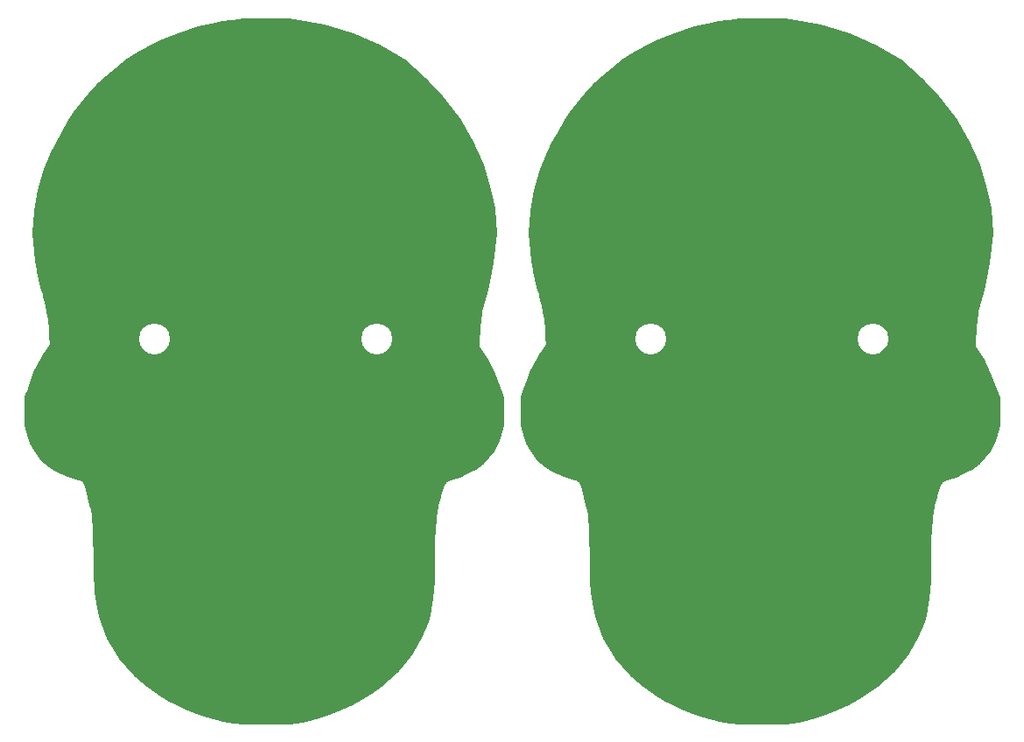
<source format=gbl>
G04 #@! TF.GenerationSoftware,KiCad,Pcbnew,(5.0.0)*
G04 #@! TF.CreationDate,2019-01-07T22:48:05+01:00*
G04 #@! TF.ProjectId,panel,70616E656C2E6B696361645F70636200,rev?*
G04 #@! TF.SameCoordinates,Original*
G04 #@! TF.FileFunction,Copper,L2,Bot,Signal*
G04 #@! TF.FilePolarity,Positive*
%FSLAX46Y46*%
G04 Gerber Fmt 4.6, Leading zero omitted, Abs format (unit mm)*
G04 Created by KiCad (PCBNEW (5.0.0)) date 01/07/19 22:48:05*
%MOMM*%
%LPD*%
G01*
G04 APERTURE LIST*
G04 #@! TA.AperFunction,ViaPad*
%ADD10C,0.800000*%
G04 #@! TD*
G04 #@! TA.AperFunction,Conductor*
%ADD11C,0.254000*%
G04 #@! TD*
G04 APERTURE END LIST*
D10*
G04 #@! TO.N,GND*
X108750000Y-84700000D03*
X118150000Y-124600000D03*
X113550000Y-124600000D03*
X110750000Y-104950000D03*
X124000000Y-110200000D03*
X130250000Y-109450000D03*
X156750000Y-84700000D03*
X158750000Y-104950000D03*
X166150000Y-124600000D03*
X161550000Y-124600000D03*
X178250000Y-109450000D03*
X172000000Y-110200000D03*
G04 #@! TD*
D11*
G04 #@! TO.N,GND*
G36*
X121714883Y-71415607D02*
X124459578Y-72233177D01*
X126969850Y-73342368D01*
X129505937Y-74783328D01*
X131470904Y-76632707D01*
X133022894Y-78266625D01*
X134799637Y-80580521D01*
X135989038Y-82631215D01*
X136976130Y-84852176D01*
X137717619Y-87241416D01*
X138083157Y-89069119D01*
X138245878Y-91509913D01*
X137958212Y-94386577D01*
X137418089Y-96962545D01*
X136833047Y-99051975D01*
X136814329Y-99109036D01*
X136812237Y-99126296D01*
X136807548Y-99143042D01*
X136802948Y-99202933D01*
X136640743Y-100541128D01*
X136634330Y-100566052D01*
X136631460Y-100617718D01*
X136625233Y-100669088D01*
X136627180Y-100694750D01*
X136551838Y-102050892D01*
X136541118Y-102078029D01*
X136543227Y-102205878D01*
X136540506Y-102254856D01*
X136544500Y-102283022D01*
X136546269Y-102390278D01*
X136566236Y-102436319D01*
X136573281Y-102486006D01*
X136627840Y-102578369D01*
X136639157Y-102604465D01*
X136667076Y-102644792D01*
X136732111Y-102754891D01*
X136755435Y-102772423D01*
X137413271Y-103722629D01*
X138057771Y-105092196D01*
X138965000Y-107351709D01*
X138965001Y-110091340D01*
X138553571Y-111549044D01*
X138040572Y-112561890D01*
X137514499Y-113193179D01*
X136971924Y-113749321D01*
X136350438Y-114228383D01*
X135601835Y-114609490D01*
X134796169Y-114976986D01*
X133871203Y-115285308D01*
X133842023Y-115285339D01*
X133723942Y-115334395D01*
X133677409Y-115349906D01*
X133652694Y-115363995D01*
X133553628Y-115405151D01*
X133518181Y-115440673D01*
X133474586Y-115465524D01*
X133408811Y-115550274D01*
X133388720Y-115570408D01*
X133361518Y-115611211D01*
X133306501Y-115682101D01*
X133296466Y-115690122D01*
X133287131Y-115707059D01*
X133283115Y-115712233D01*
X133281966Y-115716430D01*
X133237066Y-115797891D01*
X133212530Y-115834695D01*
X133199829Y-115865448D01*
X133183771Y-115894583D01*
X133170389Y-115936736D01*
X133123415Y-116050480D01*
X133123451Y-116084591D01*
X132874921Y-116867460D01*
X132864382Y-116889769D01*
X132851573Y-116941006D01*
X132835596Y-116991333D01*
X132832862Y-117015849D01*
X132630698Y-117824515D01*
X132619545Y-117854010D01*
X132611987Y-117899357D01*
X132600840Y-117943946D01*
X132599307Y-117975435D01*
X132447008Y-118889230D01*
X132436530Y-118929085D01*
X132434327Y-118965317D01*
X132428360Y-119001117D01*
X132429645Y-119042302D01*
X132299763Y-121178162D01*
X132295844Y-121196600D01*
X132295078Y-121255201D01*
X132291521Y-121313694D01*
X132294069Y-121332369D01*
X132264721Y-123577567D01*
X132234935Y-125215762D01*
X132191283Y-125914180D01*
X132119856Y-126785607D01*
X131930335Y-127800894D01*
X131930045Y-127801622D01*
X131916194Y-127876646D01*
X131902105Y-127952125D01*
X131902114Y-127952914D01*
X131749131Y-128781577D01*
X131403854Y-129651670D01*
X131016732Y-130569296D01*
X130589446Y-131338410D01*
X130148262Y-132092692D01*
X129545982Y-132905070D01*
X128775624Y-133775290D01*
X128012640Y-134509484D01*
X127197575Y-135224454D01*
X126209502Y-135926131D01*
X125398871Y-136432775D01*
X124353329Y-137028153D01*
X123228638Y-137561659D01*
X121929686Y-138072486D01*
X121168001Y-138331171D01*
X119954871Y-138673701D01*
X118998072Y-138816508D01*
X118295263Y-138915000D01*
X113880147Y-138915000D01*
X112960090Y-138844199D01*
X111915061Y-138646491D01*
X110652229Y-138312638D01*
X109539212Y-137951271D01*
X108470133Y-137517860D01*
X107443161Y-137033714D01*
X106702481Y-136663374D01*
X105775391Y-136078596D01*
X104601002Y-135237675D01*
X103504674Y-134300026D01*
X102696472Y-133491824D01*
X101968749Y-132592875D01*
X101406317Y-131805473D01*
X100800902Y-130707276D01*
X100407600Y-129766161D01*
X100008415Y-128540093D01*
X99749988Y-127319743D01*
X99565058Y-126153272D01*
X99538750Y-125285065D01*
X99538876Y-125284304D01*
X99536416Y-125208038D01*
X99534090Y-125131281D01*
X99533916Y-125130524D01*
X99491435Y-123813584D01*
X99477316Y-122614387D01*
X99477957Y-122610769D01*
X99476406Y-122537118D01*
X99475539Y-122463442D01*
X99474780Y-122459846D01*
X99447758Y-121176363D01*
X99448230Y-121173585D01*
X99446132Y-121099096D01*
X99444563Y-121024584D01*
X99443955Y-121021833D01*
X99417550Y-120084451D01*
X99419843Y-120065366D01*
X99415377Y-120007302D01*
X99413737Y-119949094D01*
X99409458Y-119930355D01*
X99341822Y-119051059D01*
X99342910Y-119016183D01*
X99335907Y-118974165D01*
X99332639Y-118931681D01*
X99323225Y-118898073D01*
X99202322Y-118172665D01*
X99200958Y-118142512D01*
X99189641Y-118096577D01*
X99181863Y-118049911D01*
X99171188Y-118021678D01*
X98938411Y-117076871D01*
X98935421Y-117050424D01*
X98919960Y-117001979D01*
X98907790Y-116952584D01*
X98896499Y-116928471D01*
X98693506Y-116292431D01*
X98609791Y-115957568D01*
X98611999Y-115928278D01*
X98572142Y-115806971D01*
X98560292Y-115759571D01*
X98548061Y-115733681D01*
X98514518Y-115631590D01*
X98481926Y-115593682D01*
X98460571Y-115548478D01*
X98380982Y-115476276D01*
X98310921Y-115394789D01*
X98266300Y-115372238D01*
X98229274Y-115338649D01*
X98128110Y-115302399D01*
X98102557Y-115289485D01*
X98055494Y-115276379D01*
X97935286Y-115233305D01*
X97905947Y-115234733D01*
X96884228Y-114950203D01*
X96069879Y-114610889D01*
X95610315Y-114348280D01*
X95066701Y-113981342D01*
X94642018Y-113623014D01*
X94225375Y-113206370D01*
X93897315Y-112760211D01*
X93544604Y-112217579D01*
X93341785Y-111799264D01*
X93149450Y-111277214D01*
X92969988Y-110725017D01*
X92835000Y-110114284D01*
X92835000Y-107327386D01*
X92970389Y-106921221D01*
X92970576Y-106920892D01*
X92994626Y-106848509D01*
X93019166Y-106774890D01*
X93019214Y-106774508D01*
X93281379Y-105985481D01*
X93679621Y-104975651D01*
X94092774Y-104192086D01*
X94618342Y-103243142D01*
X95022745Y-102618158D01*
X95032472Y-102611014D01*
X95107315Y-102487459D01*
X95143013Y-102432290D01*
X95147349Y-102421370D01*
X95194273Y-102343905D01*
X95204421Y-102277627D01*
X95229165Y-102215306D01*
X95227830Y-102124741D01*
X95229607Y-102113133D01*
X95226691Y-102047531D01*
X95224561Y-101903047D01*
X95219777Y-101891962D01*
X95211246Y-101700000D01*
X103620000Y-101700000D01*
X103744076Y-102323774D01*
X104097416Y-102852584D01*
X104626226Y-103205924D01*
X105250000Y-103330000D01*
X105873774Y-103205924D01*
X106402584Y-102852584D01*
X106755924Y-102323774D01*
X106880000Y-101700000D01*
X125120000Y-101700000D01*
X125244076Y-102323774D01*
X125597416Y-102852584D01*
X126126226Y-103205924D01*
X126750000Y-103330000D01*
X127373774Y-103205924D01*
X127902584Y-102852584D01*
X128255924Y-102323774D01*
X128380000Y-101700000D01*
X128255924Y-101076226D01*
X127902584Y-100547416D01*
X127373774Y-100194076D01*
X126750000Y-100070000D01*
X126126226Y-100194076D01*
X125597416Y-100547416D01*
X125244076Y-101076226D01*
X125120000Y-101700000D01*
X106880000Y-101700000D01*
X106755924Y-101076226D01*
X106402584Y-100547416D01*
X105873774Y-100194076D01*
X105250000Y-100070000D01*
X104626226Y-100194076D01*
X104097416Y-100547416D01*
X103744076Y-101076226D01*
X103620000Y-101700000D01*
X95211246Y-101700000D01*
X95196404Y-101366090D01*
X95182312Y-100760572D01*
X95185061Y-100717535D01*
X95180517Y-100683454D01*
X95179717Y-100649087D01*
X95170324Y-100607005D01*
X95092495Y-100023295D01*
X95092864Y-100007033D01*
X95082293Y-99946776D01*
X95074208Y-99886142D01*
X95068955Y-99870750D01*
X94939095Y-99130551D01*
X94938698Y-99112758D01*
X94925757Y-99054523D01*
X94915450Y-98995774D01*
X94909014Y-98979183D01*
X94725761Y-98154545D01*
X94725351Y-98145488D01*
X94709000Y-98079123D01*
X94694182Y-98012441D01*
X94690529Y-98004149D01*
X94467617Y-97099385D01*
X94467215Y-97092879D01*
X94449118Y-97024300D01*
X94432182Y-96955561D01*
X94429423Y-96949669D01*
X94168553Y-95961117D01*
X94021079Y-95170111D01*
X94021051Y-95163642D01*
X94006916Y-95094144D01*
X93993923Y-95024455D01*
X93991521Y-95018452D01*
X93829742Y-94223046D01*
X93700725Y-93291261D01*
X93628109Y-92361752D01*
X93585478Y-91480755D01*
X93642932Y-90489675D01*
X93730740Y-89333525D01*
X93889932Y-88248136D01*
X94061661Y-87360869D01*
X94306819Y-86466759D01*
X94583059Y-85565350D01*
X94915211Y-84669985D01*
X95334579Y-83686640D01*
X95813602Y-82743110D01*
X96420671Y-81647429D01*
X97046455Y-80570496D01*
X97579160Y-79821832D01*
X98240221Y-78925730D01*
X99011711Y-77994119D01*
X99855265Y-77077844D01*
X100558411Y-76403398D01*
X101504721Y-75602674D01*
X102624678Y-74744526D01*
X103726759Y-74033974D01*
X104963810Y-73320853D01*
X105834280Y-72907022D01*
X106838352Y-72499574D01*
X108306845Y-71970915D01*
X109517518Y-71620842D01*
X110719213Y-71327746D01*
X111846194Y-71108204D01*
X112735742Y-70971350D01*
X112737639Y-70971424D01*
X112812120Y-70959600D01*
X112886699Y-70948126D01*
X112888484Y-70947477D01*
X113911922Y-70785000D01*
X118278569Y-70785000D01*
X121714883Y-71415607D01*
X121714883Y-71415607D01*
G37*
X121714883Y-71415607D02*
X124459578Y-72233177D01*
X126969850Y-73342368D01*
X129505937Y-74783328D01*
X131470904Y-76632707D01*
X133022894Y-78266625D01*
X134799637Y-80580521D01*
X135989038Y-82631215D01*
X136976130Y-84852176D01*
X137717619Y-87241416D01*
X138083157Y-89069119D01*
X138245878Y-91509913D01*
X137958212Y-94386577D01*
X137418089Y-96962545D01*
X136833047Y-99051975D01*
X136814329Y-99109036D01*
X136812237Y-99126296D01*
X136807548Y-99143042D01*
X136802948Y-99202933D01*
X136640743Y-100541128D01*
X136634330Y-100566052D01*
X136631460Y-100617718D01*
X136625233Y-100669088D01*
X136627180Y-100694750D01*
X136551838Y-102050892D01*
X136541118Y-102078029D01*
X136543227Y-102205878D01*
X136540506Y-102254856D01*
X136544500Y-102283022D01*
X136546269Y-102390278D01*
X136566236Y-102436319D01*
X136573281Y-102486006D01*
X136627840Y-102578369D01*
X136639157Y-102604465D01*
X136667076Y-102644792D01*
X136732111Y-102754891D01*
X136755435Y-102772423D01*
X137413271Y-103722629D01*
X138057771Y-105092196D01*
X138965000Y-107351709D01*
X138965001Y-110091340D01*
X138553571Y-111549044D01*
X138040572Y-112561890D01*
X137514499Y-113193179D01*
X136971924Y-113749321D01*
X136350438Y-114228383D01*
X135601835Y-114609490D01*
X134796169Y-114976986D01*
X133871203Y-115285308D01*
X133842023Y-115285339D01*
X133723942Y-115334395D01*
X133677409Y-115349906D01*
X133652694Y-115363995D01*
X133553628Y-115405151D01*
X133518181Y-115440673D01*
X133474586Y-115465524D01*
X133408811Y-115550274D01*
X133388720Y-115570408D01*
X133361518Y-115611211D01*
X133306501Y-115682101D01*
X133296466Y-115690122D01*
X133287131Y-115707059D01*
X133283115Y-115712233D01*
X133281966Y-115716430D01*
X133237066Y-115797891D01*
X133212530Y-115834695D01*
X133199829Y-115865448D01*
X133183771Y-115894583D01*
X133170389Y-115936736D01*
X133123415Y-116050480D01*
X133123451Y-116084591D01*
X132874921Y-116867460D01*
X132864382Y-116889769D01*
X132851573Y-116941006D01*
X132835596Y-116991333D01*
X132832862Y-117015849D01*
X132630698Y-117824515D01*
X132619545Y-117854010D01*
X132611987Y-117899357D01*
X132600840Y-117943946D01*
X132599307Y-117975435D01*
X132447008Y-118889230D01*
X132436530Y-118929085D01*
X132434327Y-118965317D01*
X132428360Y-119001117D01*
X132429645Y-119042302D01*
X132299763Y-121178162D01*
X132295844Y-121196600D01*
X132295078Y-121255201D01*
X132291521Y-121313694D01*
X132294069Y-121332369D01*
X132264721Y-123577567D01*
X132234935Y-125215762D01*
X132191283Y-125914180D01*
X132119856Y-126785607D01*
X131930335Y-127800894D01*
X131930045Y-127801622D01*
X131916194Y-127876646D01*
X131902105Y-127952125D01*
X131902114Y-127952914D01*
X131749131Y-128781577D01*
X131403854Y-129651670D01*
X131016732Y-130569296D01*
X130589446Y-131338410D01*
X130148262Y-132092692D01*
X129545982Y-132905070D01*
X128775624Y-133775290D01*
X128012640Y-134509484D01*
X127197575Y-135224454D01*
X126209502Y-135926131D01*
X125398871Y-136432775D01*
X124353329Y-137028153D01*
X123228638Y-137561659D01*
X121929686Y-138072486D01*
X121168001Y-138331171D01*
X119954871Y-138673701D01*
X118998072Y-138816508D01*
X118295263Y-138915000D01*
X113880147Y-138915000D01*
X112960090Y-138844199D01*
X111915061Y-138646491D01*
X110652229Y-138312638D01*
X109539212Y-137951271D01*
X108470133Y-137517860D01*
X107443161Y-137033714D01*
X106702481Y-136663374D01*
X105775391Y-136078596D01*
X104601002Y-135237675D01*
X103504674Y-134300026D01*
X102696472Y-133491824D01*
X101968749Y-132592875D01*
X101406317Y-131805473D01*
X100800902Y-130707276D01*
X100407600Y-129766161D01*
X100008415Y-128540093D01*
X99749988Y-127319743D01*
X99565058Y-126153272D01*
X99538750Y-125285065D01*
X99538876Y-125284304D01*
X99536416Y-125208038D01*
X99534090Y-125131281D01*
X99533916Y-125130524D01*
X99491435Y-123813584D01*
X99477316Y-122614387D01*
X99477957Y-122610769D01*
X99476406Y-122537118D01*
X99475539Y-122463442D01*
X99474780Y-122459846D01*
X99447758Y-121176363D01*
X99448230Y-121173585D01*
X99446132Y-121099096D01*
X99444563Y-121024584D01*
X99443955Y-121021833D01*
X99417550Y-120084451D01*
X99419843Y-120065366D01*
X99415377Y-120007302D01*
X99413737Y-119949094D01*
X99409458Y-119930355D01*
X99341822Y-119051059D01*
X99342910Y-119016183D01*
X99335907Y-118974165D01*
X99332639Y-118931681D01*
X99323225Y-118898073D01*
X99202322Y-118172665D01*
X99200958Y-118142512D01*
X99189641Y-118096577D01*
X99181863Y-118049911D01*
X99171188Y-118021678D01*
X98938411Y-117076871D01*
X98935421Y-117050424D01*
X98919960Y-117001979D01*
X98907790Y-116952584D01*
X98896499Y-116928471D01*
X98693506Y-116292431D01*
X98609791Y-115957568D01*
X98611999Y-115928278D01*
X98572142Y-115806971D01*
X98560292Y-115759571D01*
X98548061Y-115733681D01*
X98514518Y-115631590D01*
X98481926Y-115593682D01*
X98460571Y-115548478D01*
X98380982Y-115476276D01*
X98310921Y-115394789D01*
X98266300Y-115372238D01*
X98229274Y-115338649D01*
X98128110Y-115302399D01*
X98102557Y-115289485D01*
X98055494Y-115276379D01*
X97935286Y-115233305D01*
X97905947Y-115234733D01*
X96884228Y-114950203D01*
X96069879Y-114610889D01*
X95610315Y-114348280D01*
X95066701Y-113981342D01*
X94642018Y-113623014D01*
X94225375Y-113206370D01*
X93897315Y-112760211D01*
X93544604Y-112217579D01*
X93341785Y-111799264D01*
X93149450Y-111277214D01*
X92969988Y-110725017D01*
X92835000Y-110114284D01*
X92835000Y-107327386D01*
X92970389Y-106921221D01*
X92970576Y-106920892D01*
X92994626Y-106848509D01*
X93019166Y-106774890D01*
X93019214Y-106774508D01*
X93281379Y-105985481D01*
X93679621Y-104975651D01*
X94092774Y-104192086D01*
X94618342Y-103243142D01*
X95022745Y-102618158D01*
X95032472Y-102611014D01*
X95107315Y-102487459D01*
X95143013Y-102432290D01*
X95147349Y-102421370D01*
X95194273Y-102343905D01*
X95204421Y-102277627D01*
X95229165Y-102215306D01*
X95227830Y-102124741D01*
X95229607Y-102113133D01*
X95226691Y-102047531D01*
X95224561Y-101903047D01*
X95219777Y-101891962D01*
X95211246Y-101700000D01*
X103620000Y-101700000D01*
X103744076Y-102323774D01*
X104097416Y-102852584D01*
X104626226Y-103205924D01*
X105250000Y-103330000D01*
X105873774Y-103205924D01*
X106402584Y-102852584D01*
X106755924Y-102323774D01*
X106880000Y-101700000D01*
X125120000Y-101700000D01*
X125244076Y-102323774D01*
X125597416Y-102852584D01*
X126126226Y-103205924D01*
X126750000Y-103330000D01*
X127373774Y-103205924D01*
X127902584Y-102852584D01*
X128255924Y-102323774D01*
X128380000Y-101700000D01*
X128255924Y-101076226D01*
X127902584Y-100547416D01*
X127373774Y-100194076D01*
X126750000Y-100070000D01*
X126126226Y-100194076D01*
X125597416Y-100547416D01*
X125244076Y-101076226D01*
X125120000Y-101700000D01*
X106880000Y-101700000D01*
X106755924Y-101076226D01*
X106402584Y-100547416D01*
X105873774Y-100194076D01*
X105250000Y-100070000D01*
X104626226Y-100194076D01*
X104097416Y-100547416D01*
X103744076Y-101076226D01*
X103620000Y-101700000D01*
X95211246Y-101700000D01*
X95196404Y-101366090D01*
X95182312Y-100760572D01*
X95185061Y-100717535D01*
X95180517Y-100683454D01*
X95179717Y-100649087D01*
X95170324Y-100607005D01*
X95092495Y-100023295D01*
X95092864Y-100007033D01*
X95082293Y-99946776D01*
X95074208Y-99886142D01*
X95068955Y-99870750D01*
X94939095Y-99130551D01*
X94938698Y-99112758D01*
X94925757Y-99054523D01*
X94915450Y-98995774D01*
X94909014Y-98979183D01*
X94725761Y-98154545D01*
X94725351Y-98145488D01*
X94709000Y-98079123D01*
X94694182Y-98012441D01*
X94690529Y-98004149D01*
X94467617Y-97099385D01*
X94467215Y-97092879D01*
X94449118Y-97024300D01*
X94432182Y-96955561D01*
X94429423Y-96949669D01*
X94168553Y-95961117D01*
X94021079Y-95170111D01*
X94021051Y-95163642D01*
X94006916Y-95094144D01*
X93993923Y-95024455D01*
X93991521Y-95018452D01*
X93829742Y-94223046D01*
X93700725Y-93291261D01*
X93628109Y-92361752D01*
X93585478Y-91480755D01*
X93642932Y-90489675D01*
X93730740Y-89333525D01*
X93889932Y-88248136D01*
X94061661Y-87360869D01*
X94306819Y-86466759D01*
X94583059Y-85565350D01*
X94915211Y-84669985D01*
X95334579Y-83686640D01*
X95813602Y-82743110D01*
X96420671Y-81647429D01*
X97046455Y-80570496D01*
X97579160Y-79821832D01*
X98240221Y-78925730D01*
X99011711Y-77994119D01*
X99855265Y-77077844D01*
X100558411Y-76403398D01*
X101504721Y-75602674D01*
X102624678Y-74744526D01*
X103726759Y-74033974D01*
X104963810Y-73320853D01*
X105834280Y-72907022D01*
X106838352Y-72499574D01*
X108306845Y-71970915D01*
X109517518Y-71620842D01*
X110719213Y-71327746D01*
X111846194Y-71108204D01*
X112735742Y-70971350D01*
X112737639Y-70971424D01*
X112812120Y-70959600D01*
X112886699Y-70948126D01*
X112888484Y-70947477D01*
X113911922Y-70785000D01*
X118278569Y-70785000D01*
X121714883Y-71415607D01*
G36*
X169714883Y-71415607D02*
X172459578Y-72233177D01*
X174969850Y-73342368D01*
X177505937Y-74783328D01*
X179470904Y-76632707D01*
X181022894Y-78266625D01*
X182799637Y-80580521D01*
X183989038Y-82631215D01*
X184976130Y-84852176D01*
X185717619Y-87241416D01*
X186083157Y-89069119D01*
X186245878Y-91509913D01*
X185958212Y-94386577D01*
X185418089Y-96962545D01*
X184833047Y-99051975D01*
X184814329Y-99109036D01*
X184812237Y-99126296D01*
X184807548Y-99143042D01*
X184802948Y-99202933D01*
X184640743Y-100541128D01*
X184634330Y-100566052D01*
X184631460Y-100617718D01*
X184625233Y-100669088D01*
X184627180Y-100694750D01*
X184551838Y-102050892D01*
X184541118Y-102078029D01*
X184543227Y-102205878D01*
X184540506Y-102254856D01*
X184544500Y-102283022D01*
X184546269Y-102390278D01*
X184566236Y-102436319D01*
X184573281Y-102486006D01*
X184627840Y-102578369D01*
X184639157Y-102604465D01*
X184667076Y-102644792D01*
X184732111Y-102754891D01*
X184755435Y-102772423D01*
X185413271Y-103722629D01*
X186057771Y-105092196D01*
X186965000Y-107351709D01*
X186965001Y-110091340D01*
X186553571Y-111549044D01*
X186040572Y-112561890D01*
X185514499Y-113193179D01*
X184971924Y-113749321D01*
X184350438Y-114228383D01*
X183601835Y-114609490D01*
X182796169Y-114976986D01*
X181871203Y-115285308D01*
X181842023Y-115285339D01*
X181723942Y-115334395D01*
X181677409Y-115349906D01*
X181652694Y-115363995D01*
X181553628Y-115405151D01*
X181518181Y-115440673D01*
X181474586Y-115465524D01*
X181408811Y-115550274D01*
X181388720Y-115570408D01*
X181361518Y-115611211D01*
X181306501Y-115682101D01*
X181296466Y-115690122D01*
X181287131Y-115707059D01*
X181283115Y-115712233D01*
X181281966Y-115716430D01*
X181237066Y-115797891D01*
X181212530Y-115834695D01*
X181199829Y-115865448D01*
X181183771Y-115894583D01*
X181170389Y-115936736D01*
X181123415Y-116050480D01*
X181123451Y-116084591D01*
X180874921Y-116867460D01*
X180864382Y-116889769D01*
X180851573Y-116941006D01*
X180835596Y-116991333D01*
X180832862Y-117015849D01*
X180630698Y-117824515D01*
X180619545Y-117854010D01*
X180611987Y-117899357D01*
X180600840Y-117943946D01*
X180599307Y-117975435D01*
X180447008Y-118889230D01*
X180436530Y-118929085D01*
X180434327Y-118965317D01*
X180428360Y-119001117D01*
X180429645Y-119042302D01*
X180299763Y-121178162D01*
X180295844Y-121196600D01*
X180295078Y-121255201D01*
X180291521Y-121313694D01*
X180294069Y-121332369D01*
X180264721Y-123577567D01*
X180234935Y-125215762D01*
X180191283Y-125914180D01*
X180119856Y-126785607D01*
X179930335Y-127800894D01*
X179930045Y-127801622D01*
X179916194Y-127876646D01*
X179902105Y-127952125D01*
X179902114Y-127952914D01*
X179749131Y-128781577D01*
X179403854Y-129651670D01*
X179016732Y-130569296D01*
X178589446Y-131338410D01*
X178148262Y-132092692D01*
X177545982Y-132905070D01*
X176775624Y-133775290D01*
X176012640Y-134509484D01*
X175197575Y-135224454D01*
X174209502Y-135926131D01*
X173398871Y-136432775D01*
X172353329Y-137028153D01*
X171228638Y-137561659D01*
X169929686Y-138072486D01*
X169168001Y-138331171D01*
X167954871Y-138673701D01*
X166998072Y-138816508D01*
X166295263Y-138915000D01*
X161880147Y-138915000D01*
X160960090Y-138844199D01*
X159915061Y-138646491D01*
X158652229Y-138312638D01*
X157539212Y-137951271D01*
X156470133Y-137517860D01*
X155443161Y-137033714D01*
X154702481Y-136663374D01*
X153775391Y-136078596D01*
X152601002Y-135237675D01*
X151504674Y-134300026D01*
X150696472Y-133491824D01*
X149968749Y-132592875D01*
X149406317Y-131805473D01*
X148800902Y-130707276D01*
X148407600Y-129766161D01*
X148008415Y-128540093D01*
X147749988Y-127319743D01*
X147565058Y-126153272D01*
X147538750Y-125285065D01*
X147538876Y-125284304D01*
X147536416Y-125208038D01*
X147534090Y-125131281D01*
X147533916Y-125130524D01*
X147491435Y-123813584D01*
X147477316Y-122614387D01*
X147477957Y-122610769D01*
X147476406Y-122537118D01*
X147475539Y-122463442D01*
X147474780Y-122459846D01*
X147447758Y-121176363D01*
X147448230Y-121173585D01*
X147446132Y-121099096D01*
X147444563Y-121024584D01*
X147443955Y-121021833D01*
X147417550Y-120084451D01*
X147419843Y-120065366D01*
X147415377Y-120007302D01*
X147413737Y-119949094D01*
X147409458Y-119930355D01*
X147341822Y-119051059D01*
X147342910Y-119016183D01*
X147335907Y-118974165D01*
X147332639Y-118931681D01*
X147323225Y-118898073D01*
X147202322Y-118172665D01*
X147200958Y-118142512D01*
X147189641Y-118096577D01*
X147181863Y-118049911D01*
X147171188Y-118021678D01*
X146938411Y-117076871D01*
X146935421Y-117050424D01*
X146919960Y-117001979D01*
X146907790Y-116952584D01*
X146896499Y-116928471D01*
X146693506Y-116292431D01*
X146609791Y-115957568D01*
X146611999Y-115928278D01*
X146572142Y-115806971D01*
X146560292Y-115759571D01*
X146548061Y-115733681D01*
X146514518Y-115631590D01*
X146481926Y-115593682D01*
X146460571Y-115548478D01*
X146380982Y-115476276D01*
X146310921Y-115394789D01*
X146266300Y-115372238D01*
X146229274Y-115338649D01*
X146128110Y-115302399D01*
X146102557Y-115289485D01*
X146055494Y-115276379D01*
X145935286Y-115233305D01*
X145905947Y-115234733D01*
X144884228Y-114950203D01*
X144069879Y-114610889D01*
X143610315Y-114348280D01*
X143066701Y-113981342D01*
X142642018Y-113623014D01*
X142225375Y-113206370D01*
X141897315Y-112760211D01*
X141544604Y-112217579D01*
X141341785Y-111799264D01*
X141149450Y-111277214D01*
X140969988Y-110725017D01*
X140835000Y-110114284D01*
X140835000Y-107327386D01*
X140970389Y-106921221D01*
X140970576Y-106920892D01*
X140994626Y-106848509D01*
X141019166Y-106774890D01*
X141019214Y-106774508D01*
X141281379Y-105985481D01*
X141679621Y-104975651D01*
X142092774Y-104192086D01*
X142618342Y-103243142D01*
X143022745Y-102618158D01*
X143032472Y-102611014D01*
X143107315Y-102487459D01*
X143143013Y-102432290D01*
X143147349Y-102421370D01*
X143194273Y-102343905D01*
X143204421Y-102277627D01*
X143229165Y-102215306D01*
X143227830Y-102124741D01*
X143229607Y-102113133D01*
X143226691Y-102047531D01*
X143224561Y-101903047D01*
X143219777Y-101891962D01*
X143211246Y-101700000D01*
X151620000Y-101700000D01*
X151744076Y-102323774D01*
X152097416Y-102852584D01*
X152626226Y-103205924D01*
X153250000Y-103330000D01*
X153873774Y-103205924D01*
X154402584Y-102852584D01*
X154755924Y-102323774D01*
X154880000Y-101700000D01*
X173120000Y-101700000D01*
X173244076Y-102323774D01*
X173597416Y-102852584D01*
X174126226Y-103205924D01*
X174750000Y-103330000D01*
X175373774Y-103205924D01*
X175902584Y-102852584D01*
X176255924Y-102323774D01*
X176380000Y-101700000D01*
X176255924Y-101076226D01*
X175902584Y-100547416D01*
X175373774Y-100194076D01*
X174750000Y-100070000D01*
X174126226Y-100194076D01*
X173597416Y-100547416D01*
X173244076Y-101076226D01*
X173120000Y-101700000D01*
X154880000Y-101700000D01*
X154755924Y-101076226D01*
X154402584Y-100547416D01*
X153873774Y-100194076D01*
X153250000Y-100070000D01*
X152626226Y-100194076D01*
X152097416Y-100547416D01*
X151744076Y-101076226D01*
X151620000Y-101700000D01*
X143211246Y-101700000D01*
X143196404Y-101366090D01*
X143182312Y-100760572D01*
X143185061Y-100717535D01*
X143180517Y-100683454D01*
X143179717Y-100649087D01*
X143170324Y-100607005D01*
X143092495Y-100023295D01*
X143092864Y-100007033D01*
X143082293Y-99946776D01*
X143074208Y-99886142D01*
X143068955Y-99870750D01*
X142939095Y-99130551D01*
X142938698Y-99112758D01*
X142925757Y-99054523D01*
X142915450Y-98995774D01*
X142909014Y-98979183D01*
X142725761Y-98154545D01*
X142725351Y-98145488D01*
X142709000Y-98079123D01*
X142694182Y-98012441D01*
X142690529Y-98004149D01*
X142467617Y-97099385D01*
X142467215Y-97092879D01*
X142449118Y-97024300D01*
X142432182Y-96955561D01*
X142429423Y-96949669D01*
X142168553Y-95961117D01*
X142021079Y-95170111D01*
X142021051Y-95163642D01*
X142006916Y-95094144D01*
X141993923Y-95024455D01*
X141991521Y-95018452D01*
X141829742Y-94223046D01*
X141700725Y-93291261D01*
X141628109Y-92361752D01*
X141585478Y-91480755D01*
X141642932Y-90489675D01*
X141730740Y-89333525D01*
X141889932Y-88248136D01*
X142061661Y-87360869D01*
X142306819Y-86466759D01*
X142583059Y-85565350D01*
X142915211Y-84669985D01*
X143334579Y-83686640D01*
X143813602Y-82743110D01*
X144420671Y-81647429D01*
X145046455Y-80570496D01*
X145579160Y-79821832D01*
X146240221Y-78925730D01*
X147011711Y-77994119D01*
X147855265Y-77077844D01*
X148558411Y-76403398D01*
X149504721Y-75602674D01*
X150624678Y-74744526D01*
X151726759Y-74033974D01*
X152963810Y-73320853D01*
X153834280Y-72907022D01*
X154838352Y-72499574D01*
X156306845Y-71970915D01*
X157517518Y-71620842D01*
X158719213Y-71327746D01*
X159846194Y-71108204D01*
X160735742Y-70971350D01*
X160737639Y-70971424D01*
X160812120Y-70959600D01*
X160886699Y-70948126D01*
X160888484Y-70947477D01*
X161911922Y-70785000D01*
X166278569Y-70785000D01*
X169714883Y-71415607D01*
X169714883Y-71415607D01*
G37*
X169714883Y-71415607D02*
X172459578Y-72233177D01*
X174969850Y-73342368D01*
X177505937Y-74783328D01*
X179470904Y-76632707D01*
X181022894Y-78266625D01*
X182799637Y-80580521D01*
X183989038Y-82631215D01*
X184976130Y-84852176D01*
X185717619Y-87241416D01*
X186083157Y-89069119D01*
X186245878Y-91509913D01*
X185958212Y-94386577D01*
X185418089Y-96962545D01*
X184833047Y-99051975D01*
X184814329Y-99109036D01*
X184812237Y-99126296D01*
X184807548Y-99143042D01*
X184802948Y-99202933D01*
X184640743Y-100541128D01*
X184634330Y-100566052D01*
X184631460Y-100617718D01*
X184625233Y-100669088D01*
X184627180Y-100694750D01*
X184551838Y-102050892D01*
X184541118Y-102078029D01*
X184543227Y-102205878D01*
X184540506Y-102254856D01*
X184544500Y-102283022D01*
X184546269Y-102390278D01*
X184566236Y-102436319D01*
X184573281Y-102486006D01*
X184627840Y-102578369D01*
X184639157Y-102604465D01*
X184667076Y-102644792D01*
X184732111Y-102754891D01*
X184755435Y-102772423D01*
X185413271Y-103722629D01*
X186057771Y-105092196D01*
X186965000Y-107351709D01*
X186965001Y-110091340D01*
X186553571Y-111549044D01*
X186040572Y-112561890D01*
X185514499Y-113193179D01*
X184971924Y-113749321D01*
X184350438Y-114228383D01*
X183601835Y-114609490D01*
X182796169Y-114976986D01*
X181871203Y-115285308D01*
X181842023Y-115285339D01*
X181723942Y-115334395D01*
X181677409Y-115349906D01*
X181652694Y-115363995D01*
X181553628Y-115405151D01*
X181518181Y-115440673D01*
X181474586Y-115465524D01*
X181408811Y-115550274D01*
X181388720Y-115570408D01*
X181361518Y-115611211D01*
X181306501Y-115682101D01*
X181296466Y-115690122D01*
X181287131Y-115707059D01*
X181283115Y-115712233D01*
X181281966Y-115716430D01*
X181237066Y-115797891D01*
X181212530Y-115834695D01*
X181199829Y-115865448D01*
X181183771Y-115894583D01*
X181170389Y-115936736D01*
X181123415Y-116050480D01*
X181123451Y-116084591D01*
X180874921Y-116867460D01*
X180864382Y-116889769D01*
X180851573Y-116941006D01*
X180835596Y-116991333D01*
X180832862Y-117015849D01*
X180630698Y-117824515D01*
X180619545Y-117854010D01*
X180611987Y-117899357D01*
X180600840Y-117943946D01*
X180599307Y-117975435D01*
X180447008Y-118889230D01*
X180436530Y-118929085D01*
X180434327Y-118965317D01*
X180428360Y-119001117D01*
X180429645Y-119042302D01*
X180299763Y-121178162D01*
X180295844Y-121196600D01*
X180295078Y-121255201D01*
X180291521Y-121313694D01*
X180294069Y-121332369D01*
X180264721Y-123577567D01*
X180234935Y-125215762D01*
X180191283Y-125914180D01*
X180119856Y-126785607D01*
X179930335Y-127800894D01*
X179930045Y-127801622D01*
X179916194Y-127876646D01*
X179902105Y-127952125D01*
X179902114Y-127952914D01*
X179749131Y-128781577D01*
X179403854Y-129651670D01*
X179016732Y-130569296D01*
X178589446Y-131338410D01*
X178148262Y-132092692D01*
X177545982Y-132905070D01*
X176775624Y-133775290D01*
X176012640Y-134509484D01*
X175197575Y-135224454D01*
X174209502Y-135926131D01*
X173398871Y-136432775D01*
X172353329Y-137028153D01*
X171228638Y-137561659D01*
X169929686Y-138072486D01*
X169168001Y-138331171D01*
X167954871Y-138673701D01*
X166998072Y-138816508D01*
X166295263Y-138915000D01*
X161880147Y-138915000D01*
X160960090Y-138844199D01*
X159915061Y-138646491D01*
X158652229Y-138312638D01*
X157539212Y-137951271D01*
X156470133Y-137517860D01*
X155443161Y-137033714D01*
X154702481Y-136663374D01*
X153775391Y-136078596D01*
X152601002Y-135237675D01*
X151504674Y-134300026D01*
X150696472Y-133491824D01*
X149968749Y-132592875D01*
X149406317Y-131805473D01*
X148800902Y-130707276D01*
X148407600Y-129766161D01*
X148008415Y-128540093D01*
X147749988Y-127319743D01*
X147565058Y-126153272D01*
X147538750Y-125285065D01*
X147538876Y-125284304D01*
X147536416Y-125208038D01*
X147534090Y-125131281D01*
X147533916Y-125130524D01*
X147491435Y-123813584D01*
X147477316Y-122614387D01*
X147477957Y-122610769D01*
X147476406Y-122537118D01*
X147475539Y-122463442D01*
X147474780Y-122459846D01*
X147447758Y-121176363D01*
X147448230Y-121173585D01*
X147446132Y-121099096D01*
X147444563Y-121024584D01*
X147443955Y-121021833D01*
X147417550Y-120084451D01*
X147419843Y-120065366D01*
X147415377Y-120007302D01*
X147413737Y-119949094D01*
X147409458Y-119930355D01*
X147341822Y-119051059D01*
X147342910Y-119016183D01*
X147335907Y-118974165D01*
X147332639Y-118931681D01*
X147323225Y-118898073D01*
X147202322Y-118172665D01*
X147200958Y-118142512D01*
X147189641Y-118096577D01*
X147181863Y-118049911D01*
X147171188Y-118021678D01*
X146938411Y-117076871D01*
X146935421Y-117050424D01*
X146919960Y-117001979D01*
X146907790Y-116952584D01*
X146896499Y-116928471D01*
X146693506Y-116292431D01*
X146609791Y-115957568D01*
X146611999Y-115928278D01*
X146572142Y-115806971D01*
X146560292Y-115759571D01*
X146548061Y-115733681D01*
X146514518Y-115631590D01*
X146481926Y-115593682D01*
X146460571Y-115548478D01*
X146380982Y-115476276D01*
X146310921Y-115394789D01*
X146266300Y-115372238D01*
X146229274Y-115338649D01*
X146128110Y-115302399D01*
X146102557Y-115289485D01*
X146055494Y-115276379D01*
X145935286Y-115233305D01*
X145905947Y-115234733D01*
X144884228Y-114950203D01*
X144069879Y-114610889D01*
X143610315Y-114348280D01*
X143066701Y-113981342D01*
X142642018Y-113623014D01*
X142225375Y-113206370D01*
X141897315Y-112760211D01*
X141544604Y-112217579D01*
X141341785Y-111799264D01*
X141149450Y-111277214D01*
X140969988Y-110725017D01*
X140835000Y-110114284D01*
X140835000Y-107327386D01*
X140970389Y-106921221D01*
X140970576Y-106920892D01*
X140994626Y-106848509D01*
X141019166Y-106774890D01*
X141019214Y-106774508D01*
X141281379Y-105985481D01*
X141679621Y-104975651D01*
X142092774Y-104192086D01*
X142618342Y-103243142D01*
X143022745Y-102618158D01*
X143032472Y-102611014D01*
X143107315Y-102487459D01*
X143143013Y-102432290D01*
X143147349Y-102421370D01*
X143194273Y-102343905D01*
X143204421Y-102277627D01*
X143229165Y-102215306D01*
X143227830Y-102124741D01*
X143229607Y-102113133D01*
X143226691Y-102047531D01*
X143224561Y-101903047D01*
X143219777Y-101891962D01*
X143211246Y-101700000D01*
X151620000Y-101700000D01*
X151744076Y-102323774D01*
X152097416Y-102852584D01*
X152626226Y-103205924D01*
X153250000Y-103330000D01*
X153873774Y-103205924D01*
X154402584Y-102852584D01*
X154755924Y-102323774D01*
X154880000Y-101700000D01*
X173120000Y-101700000D01*
X173244076Y-102323774D01*
X173597416Y-102852584D01*
X174126226Y-103205924D01*
X174750000Y-103330000D01*
X175373774Y-103205924D01*
X175902584Y-102852584D01*
X176255924Y-102323774D01*
X176380000Y-101700000D01*
X176255924Y-101076226D01*
X175902584Y-100547416D01*
X175373774Y-100194076D01*
X174750000Y-100070000D01*
X174126226Y-100194076D01*
X173597416Y-100547416D01*
X173244076Y-101076226D01*
X173120000Y-101700000D01*
X154880000Y-101700000D01*
X154755924Y-101076226D01*
X154402584Y-100547416D01*
X153873774Y-100194076D01*
X153250000Y-100070000D01*
X152626226Y-100194076D01*
X152097416Y-100547416D01*
X151744076Y-101076226D01*
X151620000Y-101700000D01*
X143211246Y-101700000D01*
X143196404Y-101366090D01*
X143182312Y-100760572D01*
X143185061Y-100717535D01*
X143180517Y-100683454D01*
X143179717Y-100649087D01*
X143170324Y-100607005D01*
X143092495Y-100023295D01*
X143092864Y-100007033D01*
X143082293Y-99946776D01*
X143074208Y-99886142D01*
X143068955Y-99870750D01*
X142939095Y-99130551D01*
X142938698Y-99112758D01*
X142925757Y-99054523D01*
X142915450Y-98995774D01*
X142909014Y-98979183D01*
X142725761Y-98154545D01*
X142725351Y-98145488D01*
X142709000Y-98079123D01*
X142694182Y-98012441D01*
X142690529Y-98004149D01*
X142467617Y-97099385D01*
X142467215Y-97092879D01*
X142449118Y-97024300D01*
X142432182Y-96955561D01*
X142429423Y-96949669D01*
X142168553Y-95961117D01*
X142021079Y-95170111D01*
X142021051Y-95163642D01*
X142006916Y-95094144D01*
X141993923Y-95024455D01*
X141991521Y-95018452D01*
X141829742Y-94223046D01*
X141700725Y-93291261D01*
X141628109Y-92361752D01*
X141585478Y-91480755D01*
X141642932Y-90489675D01*
X141730740Y-89333525D01*
X141889932Y-88248136D01*
X142061661Y-87360869D01*
X142306819Y-86466759D01*
X142583059Y-85565350D01*
X142915211Y-84669985D01*
X143334579Y-83686640D01*
X143813602Y-82743110D01*
X144420671Y-81647429D01*
X145046455Y-80570496D01*
X145579160Y-79821832D01*
X146240221Y-78925730D01*
X147011711Y-77994119D01*
X147855265Y-77077844D01*
X148558411Y-76403398D01*
X149504721Y-75602674D01*
X150624678Y-74744526D01*
X151726759Y-74033974D01*
X152963810Y-73320853D01*
X153834280Y-72907022D01*
X154838352Y-72499574D01*
X156306845Y-71970915D01*
X157517518Y-71620842D01*
X158719213Y-71327746D01*
X159846194Y-71108204D01*
X160735742Y-70971350D01*
X160737639Y-70971424D01*
X160812120Y-70959600D01*
X160886699Y-70948126D01*
X160888484Y-70947477D01*
X161911922Y-70785000D01*
X166278569Y-70785000D01*
X169714883Y-71415607D01*
G04 #@! TD*
M02*

</source>
